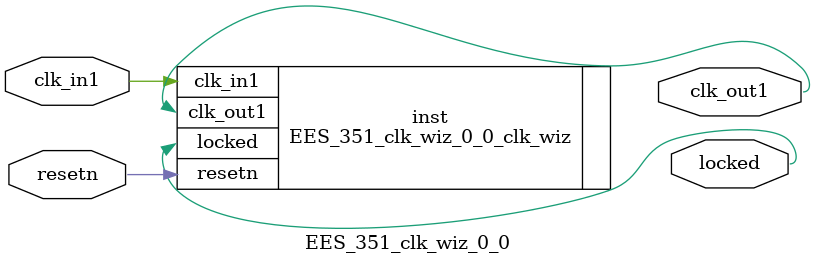
<source format=v>


`timescale 1ps/1ps

(* CORE_GENERATION_INFO = "EES_351_clk_wiz_0_0,clk_wiz_v6_0_2_0_0,{component_name=EES_351_clk_wiz_0_0,use_phase_alignment=true,use_min_o_jitter=false,use_max_i_jitter=false,use_dyn_phase_shift=false,use_inclk_switchover=false,use_dyn_reconfig=false,enable_axi=0,feedback_source=FDBK_AUTO,PRIMITIVE=MMCM,num_out_clk=1,clkin1_period=10.000,clkin2_period=10.000,use_power_down=false,use_reset=true,use_locked=true,use_inclk_stopped=false,feedback_type=SINGLE,CLOCK_MGR_TYPE=NA,manual_override=false}" *)

module EES_351_clk_wiz_0_0 
 (
  // Clock out ports
  output        clk_out1,
  // Status and control signals
  input         resetn,
  output        locked,
 // Clock in ports
  input         clk_in1
 );

  EES_351_clk_wiz_0_0_clk_wiz inst
  (
  // Clock out ports  
  .clk_out1(clk_out1),
  // Status and control signals               
  .resetn(resetn), 
  .locked(locked),
 // Clock in ports
  .clk_in1(clk_in1)
  );

endmodule

</source>
